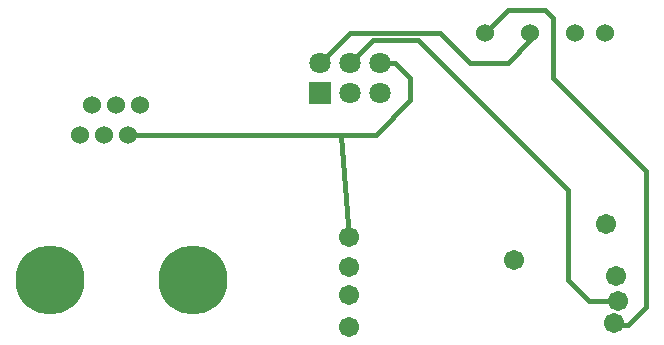
<source format=gbl>
G75*
%MOIN*%
%OFA0B0*%
%FSLAX24Y24*%
%IPPOS*%
%LPD*%
%AMOC8*
5,1,8,0,0,1.08239X$1,22.5*
%
%ADD10C,0.0600*%
%ADD11R,0.0760X0.0760*%
%ADD12C,0.0709*%
%ADD13C,0.0675*%
%ADD14C,0.0160*%
%ADD15C,0.2300*%
D10*
X003096Y007694D03*
X003899Y007694D03*
X004702Y007694D03*
X004301Y008694D03*
X005104Y008694D03*
X003498Y008694D03*
X016600Y011100D03*
X018100Y011100D03*
X019600Y011100D03*
X020600Y011100D03*
D11*
X011100Y009100D03*
D12*
X012100Y009100D03*
X013100Y009100D03*
X013100Y010100D03*
X012100Y010100D03*
X011100Y010100D03*
D13*
X020620Y004730D03*
X017570Y003520D03*
X020970Y003000D03*
X021010Y002140D03*
X020900Y001410D03*
X012050Y001300D03*
X012050Y002350D03*
X012050Y003300D03*
X012050Y004300D03*
D14*
X011800Y007644D01*
X011850Y007694D01*
X012944Y007694D01*
X014100Y008850D01*
X014100Y009600D01*
X013600Y010100D01*
X013100Y010100D01*
X012850Y010850D02*
X012100Y010100D01*
X011100Y010100D02*
X012100Y011100D01*
X015100Y011100D01*
X016100Y010100D01*
X017350Y010100D01*
X018100Y010850D01*
X018100Y011100D01*
X018850Y011600D02*
X018600Y011850D01*
X017350Y011850D01*
X016600Y011100D01*
X014350Y010850D02*
X012850Y010850D01*
X014350Y010850D02*
X019350Y005850D01*
X019350Y002850D01*
X020060Y002140D01*
X021010Y002140D01*
X021350Y001350D02*
X021950Y001950D01*
X021950Y006500D01*
X018850Y009600D01*
X018850Y011600D01*
X011850Y007694D02*
X004702Y007694D01*
X020720Y001350D02*
X021350Y001350D01*
X020900Y001410D02*
X020720Y001350D01*
D15*
X002100Y002850D03*
X006850Y002850D03*
M02*

</source>
